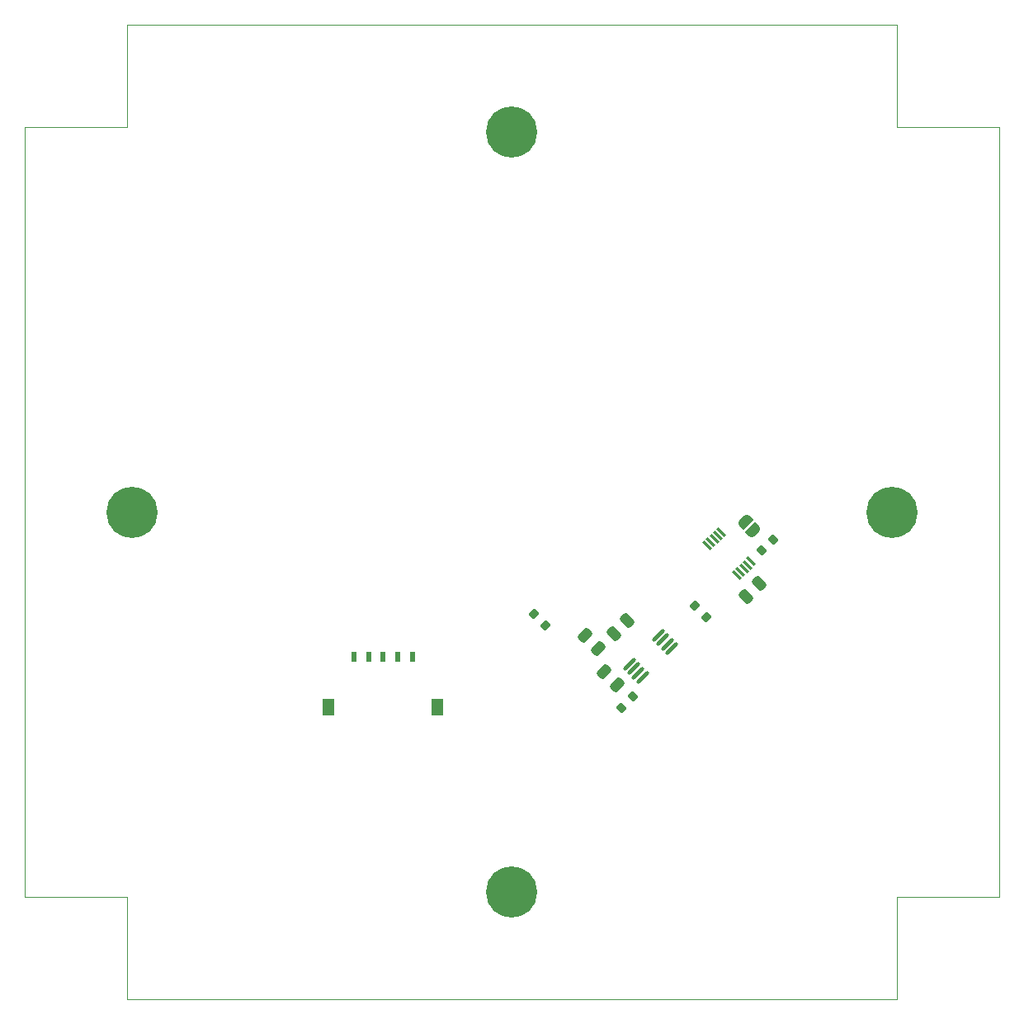
<source format=gbr>
%TF.GenerationSoftware,KiCad,Pcbnew,7.0.5*%
%TF.CreationDate,2023-06-21T14:57:04-07:00*%
%TF.ProjectId,solar-panel-side-Z,736f6c61-722d-4706-916e-656c2d736964,3.1*%
%TF.SameCoordinates,Original*%
%TF.FileFunction,Soldermask,Bot*%
%TF.FilePolarity,Negative*%
%FSLAX46Y46*%
G04 Gerber Fmt 4.6, Leading zero omitted, Abs format (unit mm)*
G04 Created by KiCad (PCBNEW 7.0.5) date 2023-06-21 14:57:04*
%MOMM*%
%LPD*%
G01*
G04 APERTURE LIST*
G04 Aperture macros list*
%AMRoundRect*
0 Rectangle with rounded corners*
0 $1 Rounding radius*
0 $2 $3 $4 $5 $6 $7 $8 $9 X,Y pos of 4 corners*
0 Add a 4 corners polygon primitive as box body*
4,1,4,$2,$3,$4,$5,$6,$7,$8,$9,$2,$3,0*
0 Add four circle primitives for the rounded corners*
1,1,$1+$1,$2,$3*
1,1,$1+$1,$4,$5*
1,1,$1+$1,$6,$7*
1,1,$1+$1,$8,$9*
0 Add four rect primitives between the rounded corners*
20,1,$1+$1,$2,$3,$4,$5,0*
20,1,$1+$1,$4,$5,$6,$7,0*
20,1,$1+$1,$6,$7,$8,$9,0*
20,1,$1+$1,$8,$9,$2,$3,0*%
%AMRotRect*
0 Rectangle, with rotation*
0 The origin of the aperture is its center*
0 $1 length*
0 $2 width*
0 $3 Rotation angle, in degrees counterclockwise*
0 Add horizontal line*
21,1,$1,$2,0,0,$3*%
%AMFreePoly0*
4,1,19,0.499999,-0.750000,0.000000,-0.750000,0.000000,-0.744912,-0.071157,-0.744911,-0.207708,-0.704816,-0.327430,-0.627875,-0.420627,-0.520320,-0.479746,-0.390866,-0.500000,-0.250000,-0.500000,0.250000,-0.479746,0.390866,-0.420627,0.520320,-0.327430,0.627875,-0.207708,0.704816,-0.071157,0.744911,0.000000,0.744912,0.000000,0.750000,0.499999,0.750000,0.499999,-0.750000,0.499999,-0.750000,
$1*%
%AMFreePoly1*
4,1,19,0.000000,0.744912,0.071157,0.744911,0.207708,0.704816,0.327430,0.627875,0.420627,0.520320,0.479746,0.390866,0.500000,0.250000,0.500000,-0.250000,0.479746,-0.390866,0.420627,-0.520320,0.327430,-0.627875,0.207708,-0.704816,0.071157,-0.744911,0.000000,-0.744912,0.000000,-0.750000,-0.499999,-0.750000,-0.499999,0.750000,0.000000,0.750000,0.000000,0.744912,0.000000,0.744912,
$1*%
G04 Aperture macros list end*
%ADD10C,5.250000*%
%ADD11R,0.600000X1.000000*%
%ADD12R,1.250000X1.800000*%
%ADD13RotRect,1.100000X0.250000X135.000000*%
%ADD14RoundRect,0.250000X0.512652X0.159099X0.159099X0.512652X-0.512652X-0.159099X-0.159099X-0.512652X0*%
%ADD15RoundRect,0.250000X0.159099X-0.512652X0.512652X-0.159099X-0.159099X0.512652X-0.512652X0.159099X0*%
%ADD16FreePoly0,135.000000*%
%ADD17FreePoly1,135.000000*%
%ADD18RoundRect,0.200000X-0.335876X-0.053033X-0.053033X-0.335876X0.335876X0.053033X0.053033X0.335876X0*%
%ADD19RoundRect,0.200000X-0.053033X0.335876X-0.335876X0.053033X0.053033X-0.335876X0.335876X-0.053033X0*%
%ADD20RoundRect,0.100000X0.433103X0.574524X-0.574524X-0.433103X-0.433103X-0.574524X0.574524X0.433103X0*%
%TA.AperFunction,Profile*%
%ADD21C,0.050000*%
%TD*%
G04 APERTURE END LIST*
D10*
%TO.C,J4*%
X110500000Y-85000000D03*
%TD*%
%TO.C,J5*%
X149500000Y-124000000D03*
%TD*%
%TO.C,J6*%
X149500000Y-46000000D03*
%TD*%
%TO.C,J7*%
X188500000Y-85000000D03*
%TD*%
D11*
%TO.C,J1*%
X139278501Y-99850000D03*
X137778501Y-99850000D03*
X136278502Y-99850000D03*
X134778500Y-99850000D03*
X133278500Y-99850000D03*
D12*
X141883500Y-105040000D03*
X130673502Y-105040000D03*
%TD*%
D13*
%TO.C,U5*%
X174013122Y-90070652D03*
X173659569Y-90424205D03*
X173306016Y-90777759D03*
X172952462Y-91131312D03*
X172598909Y-91484865D03*
X169558350Y-88444306D03*
X169911903Y-88090753D03*
X170265456Y-87737199D03*
X170619010Y-87383646D03*
X170972563Y-87030093D03*
%TD*%
D14*
%TO.C,C6*%
X158386062Y-98994337D03*
X157042560Y-97650835D03*
%TD*%
D15*
%TO.C,C7*%
X159941697Y-97438704D03*
X161285199Y-96095202D03*
%TD*%
D14*
%TO.C,C4*%
X160309393Y-102756148D03*
X158965891Y-101412646D03*
%TD*%
D15*
%TO.C,C8*%
X173539361Y-93698109D03*
X174882863Y-92354607D03*
%TD*%
D16*
%TO.C,JP1*%
X174310106Y-86874529D03*
D17*
X173390868Y-85955291D03*
%TD*%
D18*
%TO.C,R2*%
X151767542Y-95465877D03*
X152934268Y-96632603D03*
%TD*%
D19*
%TO.C,FB3*%
X161914523Y-103922874D03*
X160747797Y-105089600D03*
%TD*%
D18*
%TO.C,R5*%
X168243131Y-94610277D03*
X169409857Y-95777003D03*
%TD*%
D20*
%TO.C,U4*%
X164520213Y-97626087D03*
X164979832Y-98085706D03*
X165439452Y-98545326D03*
X165899071Y-99004945D03*
X162911545Y-101992471D03*
X162451926Y-101532852D03*
X161992306Y-101073232D03*
X161532687Y-100613613D03*
%TD*%
D19*
%TO.C,R6*%
X176297077Y-87786695D03*
X175130351Y-88953421D03*
%TD*%
D21*
X189000000Y-135000000D02*
X110000000Y-135000000D01*
X110000000Y-124500000D02*
X99500000Y-124500000D01*
X110000000Y-45500000D02*
X110000000Y-35000000D01*
X189000000Y-45500000D02*
X199500000Y-45500000D01*
X99500000Y-124500000D02*
X99500000Y-45500000D01*
X199500000Y-124500000D02*
X189000000Y-124500000D01*
X110000000Y-35000000D02*
X189000000Y-35000000D01*
X199500000Y-45500000D02*
X199500000Y-124500000D01*
X189000000Y-124500000D02*
X189000000Y-135000000D01*
X99500000Y-45500000D02*
X110000000Y-45500000D01*
X189000000Y-35000000D02*
X189000000Y-45500000D01*
X110000000Y-135000000D02*
X110000000Y-124500000D01*
M02*

</source>
